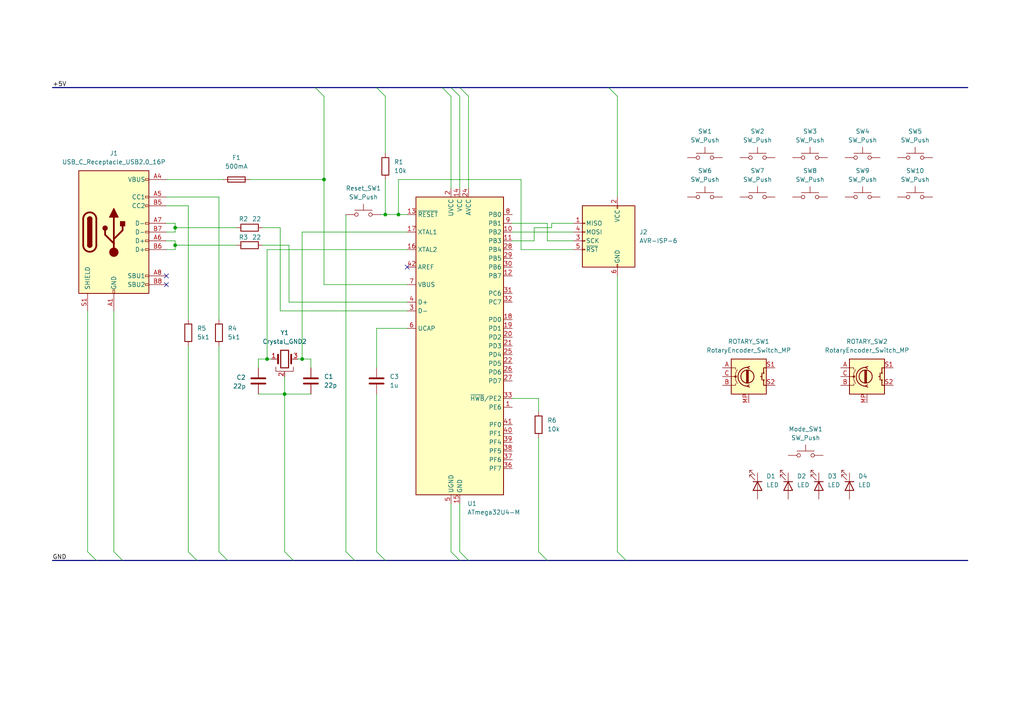
<source format=kicad_sch>
(kicad_sch (version 20231120) (generator "eeschema") (generator_version "8.0")
  (paper "A4")
  (lib_symbols
    (symbol "Connector:AVR-ISP-6" (pin_names (offset 1.016))
      (property "Reference" "J" (at -6.35 11.43 0))
      (property "Value" "AVR-ISP-6" (at 0 11.43 0))
      (symbol "AVR-ISP-6_0_1"
        (rectangle (start -2.667 -6.858) (end -2.413 -7.62))
        (rectangle (start -2.667 10.16) (end -2.413 9.398))
        (rectangle (start 7.62 -2.413) (end 6.858 -2.667))
        (rectangle (start 7.62 0.127) (end 6.858 -0.127))
        (rectangle (start 7.62 2.667) (end 6.858 2.413))
        (rectangle (start 7.62 5.207) (end 6.858 4.953))
        (rectangle (start 7.62 10.16) (end -7.62 -7.62) (stroke (width 0.254)) (fill (type background)))
      )
      (symbol "AVR-ISP-6_1_1"
        (pin passive line (at 10.16 5.08 180) (length 2.54) (name "MISO") (number "1"))
        (pin passive line (at -2.54 12.7 270) (length 2.54) (name "VCC") (number "2"))
        (pin passive line (at 10.16 0 180) (length 2.54) (name "SCK") (number "3"))
        (pin passive line (at 10.16 2.54 180) (length 2.54) (name "MOSI") (number "4"))
        (pin passive line (at 10.16 -2.54 180) (length 2.54) (name "~{RST}") (number "5"))
        (pin passive line (at -2.54 -10.16 90) (length 2.54) (name "GND") (number "6"))
      )
    )
    (symbol "Connector:USB_C_Receptacle_USB2.0_16P" (pin_names (offset 1.016))
      (property "Reference" "J" (at 0 22.225 0))
      (property "Value" "USB_C_Receptacle_USB2.0_16P" (at 0 19.685 0))
      (symbol "USB_C_Receptacle_USB2.0_16P_0_0"
        (rectangle (start -0.254 -17.78) (end 0.254 -16.764))
        (rectangle (start 10.16 -14.986) (end 9.144 -15.494))
        (rectangle (start 10.16 -12.446) (end 9.144 -12.954))
        (rectangle (start 10.16 -4.826) (end 9.144 -5.334))
        (rectangle (start 10.16 -2.286) (end 9.144 -2.794))
        (rectangle (start 10.16 0.254) (end 9.144 -0.254))
        (rectangle (start 10.16 2.794) (end 9.144 2.286))
        (rectangle (start 10.16 7.874) (end 9.144 7.366))
        (rectangle (start 10.16 10.414) (end 9.144 9.906))
        (rectangle (start 10.16 15.494) (end 9.144 14.986))
      )
      (symbol "USB_C_Receptacle_USB2.0_16P_0_1"
        (rectangle (start -10.16 17.78) (end 10.16 -17.78) (stroke (width 0.254)) (fill (type background)))
        (arc (start -8.89 -3.81) (mid -6.985 -5.7067) (end -5.08 -3.81) (stroke (width 0.508)))
        (arc (start -7.62 -3.81) (mid -6.985 -4.4423) (end -6.35 -3.81) (stroke (width 0.254)))
        (arc (start -7.62 -3.81) (mid -6.985 -4.4423) (end -6.35 -3.81) (stroke (width 0.254)) (fill (type outline)))
        (rectangle (start -7.62 -3.81) (end -6.35 3.81) (stroke (width 0.254)) (fill (type outline)))
        (arc (start -6.35 3.81) (mid -6.985 4.4423) (end -7.62 3.81) (stroke (width 0.254)))
        (arc (start -6.35 3.81) (mid -6.985 4.4423) (end -7.62 3.81) (stroke (width 0.254)) (fill (type outline)))
        (arc (start -5.08 3.81) (mid -6.985 5.7067) (end -8.89 3.81) (stroke (width 0.508)))
        (circle (center -2.54 1.143) (radius 0.635) (stroke (width 0.254)) (fill (type outline)))
        (circle (center 0 -5.842) (radius 1.27) (fill (type outline)))
        (polyline (pts (xy -8.89 -3.81) (xy -8.89 3.81)) (stroke (width 0.508)))
        (polyline (pts (xy -5.08 3.81) (xy -5.08 -3.81)) (stroke (width 0.508)))
        (polyline (pts (xy 0 -5.842) (xy 0 4.318)) (stroke (width 0.508)))
        (polyline (pts (xy 0 -3.302) (xy -2.54 -0.762) (xy -2.54 0.508)) (stroke (width 0.508)))
        (polyline (pts (xy 0 -2.032) (xy 2.54 0.508) (xy 2.54 1.778)) (stroke (width 0.508)))
        (polyline (pts (xy -1.27 4.318) (xy 0 6.858) (xy 1.27 4.318) (xy -1.27 4.318)) (stroke (width 0.254)) (fill (type outline)))
        (rectangle (start 1.905 1.778) (end 3.175 3.048) (stroke (width 0.254)) (fill (type outline)))
      )
      (symbol "USB_C_Receptacle_USB2.0_16P_1_1"
        (pin passive line (at 0 -22.86 90) (length 5.08) (name "GND") (number "A1"))
        (pin passive line (at 0 -22.86 90) (length 5.08) hide (name "GND") (number "A12"))
        (pin passive line (at 15.24 15.24 180) (length 5.08) (name "VBUS") (number "A4"))
        (pin bidirectional line (at 15.24 10.16 180) (length 5.08) (name "CC1") (number "A5"))
        (pin bidirectional line (at 15.24 -2.54 180) (length 5.08) (name "D+") (number "A6"))
        (pin bidirectional line (at 15.24 2.54 180) (length 5.08) (name "D-") (number "A7"))
        (pin bidirectional line (at 15.24 -12.7 180) (length 5.08) (name "SBU1") (number "A8"))
        (pin passive line (at 15.24 15.24 180) (length 5.08) hide (name "VBUS") (number "A9"))
        (pin passive line (at 0 -22.86 90) (length 5.08) hide (name "GND") (number "B1"))
        (pin passive line (at 0 -22.86 90) (length 5.08) hide (name "GND") (number "B12"))
        (pin passive line (at 15.24 15.24 180) (length 5.08) hide (name "VBUS") (number "B4"))
        (pin bidirectional line (at 15.24 7.62 180) (length 5.08) (name "CC2") (number "B5"))
        (pin bidirectional line (at 15.24 -5.08 180) (length 5.08) (name "D+") (number "B6"))
        (pin bidirectional line (at 15.24 0 180) (length 5.08) (name "D-") (number "B7"))
        (pin bidirectional line (at 15.24 -15.24 180) (length 5.08) (name "SBU2") (number "B8"))
        (pin passive line (at 15.24 15.24 180) (length 5.08) hide (name "VBUS") (number "B9"))
        (pin passive line (at -7.62 -22.86 90) (length 5.08) (name "SHIELD") (number "S1"))
      )
    )
    (symbol "Device:C" (pin_numbers hide) (pin_names (offset 0.254))
      (property "Reference" "C" (at 0.635 2.54 0))
      (property "Value" "C" (at 0.635 -2.54 0))
      (symbol "C_0_1"
        (polyline (pts (xy -2.032 -0.762) (xy 2.032 -0.762)) (stroke (width 0.508)))
        (polyline (pts (xy -2.032 0.762) (xy 2.032 0.762)) (stroke (width 0.508)))
      )
      (symbol "C_1_1"
        (pin passive line (at 0 3.81 270) (length 2.794) (name "~") (number "1"))
        (pin passive line (at 0 -3.81 90) (length 2.794) (name "~") (number "2"))
      )
    )
    (symbol "Device:Crystal_GND2" (pin_names (offset 1.016) hide)
      (property "Reference" "Y" (at 0 5.715 0))
      (property "Value" "Crystal_GND2" (at 0 3.81 0))
      (symbol "Crystal_GND2_0_1"
        (rectangle (start -1.143 2.54) (end 1.143 -2.54) (stroke (width 0.3048)))
        (polyline (pts (xy -2.54 0) (xy -1.905 0)))
        (polyline (pts (xy -1.905 -1.27) (xy -1.905 1.27)) (stroke (width 0.508)))
        (polyline (pts (xy 0 -3.81) (xy 0 -3.556)))
        (polyline (pts (xy 1.905 0) (xy 2.54 0)))
        (polyline (pts (xy 1.905 1.27) (xy 1.905 -1.27)) (stroke (width 0.508)))
        (polyline (pts (xy -2.54 -2.286) (xy -2.54 -3.556) (xy 2.54 -3.556) (xy 2.54 -2.286)))
      )
      (symbol "Crystal_GND2_1_1"
        (pin passive line (at -3.81 0 0) (length 1.27) (name "1") (number "1"))
        (pin passive line (at 0 -5.08 90) (length 1.27) (name "2") (number "2"))
        (pin passive line (at 3.81 0 180) (length 1.27) (name "3") (number "3"))
      )
    )
    (symbol "Device:Fuse" (pin_numbers hide) (pin_names (offset 0))
      (property "Reference" "F" (at 2.032 0 90))
      (property "Value" "Fuse" (at -1.905 0 90))
      (symbol "Fuse_0_1"
        (rectangle (start -0.762 -2.54) (end 0.762 2.54) (stroke (width 0.254)))
        (polyline (pts (xy 0 2.54) (xy 0 -2.54)))
      )
      (symbol "Fuse_1_1"
        (pin passive line (at 0 3.81 270) (length 1.27) (name "~") (number "1"))
        (pin passive line (at 0 -3.81 90) (length 1.27) (name "~") (number "2"))
      )
    )
    (symbol "Device:LED" (pin_numbers hide) (pin_names (offset 1.016) hide)
      (property "Reference" "D" (at 0 2.54 0))
      (property "Value" "LED" (at 0 -2.54 0))
      (symbol "LED_0_1"
        (polyline (pts (xy -1.27 -1.27) (xy -1.27 1.27)) (stroke (width 0.254)))
        (polyline (pts (xy -1.27 0) (xy 1.27 0)))
        (polyline (pts (xy 1.27 -1.27) (xy 1.27 1.27) (xy -1.27 0) (xy 1.27 -1.27)) (stroke (width 0.254)))
        (polyline (pts (xy -3.048 -0.762) (xy -4.572 -2.286) (xy -3.81 -2.286) (xy -4.572 -2.286) (xy -4.572 -1.524)))
        (polyline (pts (xy -1.778 -0.762) (xy -3.302 -2.286) (xy -2.54 -2.286) (xy -3.302 -2.286) (xy -3.302 -1.524)))
      )
      (symbol "LED_1_1"
        (pin passive line (at -3.81 0 0) (length 2.54) (name "K") (number "1"))
        (pin passive line (at 3.81 0 180) (length 2.54) (name "A") (number "2"))
      )
    )
    (symbol "Device:R" (pin_numbers hide) (pin_names (offset 0))
      (property "Reference" "R" (at 2.032 0 90))
      (property "Value" "R" (at 0 0 90))
      (symbol "R_0_1"
        (rectangle (start -1.016 -2.54) (end 1.016 2.54) (stroke (width 0.254)))
      )
      (symbol "R_1_1"
        (pin passive line (at 0 3.81 270) (length 1.27) (name "~") (number "1"))
        (pin passive line (at 0 -3.81 90) (length 1.27) (name "~") (number "2"))
      )
    )
    (symbol "Device:RotaryEncoder_Switch_MP" (pin_names (offset 0.254) hide)
      (property "Reference" "SW" (at 0 8.89 0))
      (property "Value" "RotaryEncoder_Switch_MP" (at 0 6.35 0))
      (symbol "RotaryEncoder_Switch_MP_0_1"
        (rectangle (start -5.08 5.08) (end 5.08 -5.08) (stroke (width 0.254)) (fill (type background)))
        (circle (center -3.81 0) (radius 0.254) (fill (type outline)))
        (circle (center -0.381 0) (radius 1.905) (stroke (width 0.254)))
        (arc (start -0.381 2.667) (mid -3.0988 -0.0635) (end -0.381 -2.794) (stroke (width 0.254)))
        (polyline (pts (xy -0.635 -1.778) (xy -0.635 1.778)) (stroke (width 0.254)))
        (polyline (pts (xy -0.381 -1.778) (xy -0.381 1.778)) (stroke (width 0.254)))
        (polyline (pts (xy -0.127 1.778) (xy -0.127 -1.778)) (stroke (width 0.254)))
        (polyline (pts (xy 3.81 0) (xy 3.429 0)) (stroke (width 0.254)))
        (polyline (pts (xy 3.81 1.016) (xy 3.81 -1.016)) (stroke (width 0.254)))
        (polyline (pts (xy -5.08 -2.54) (xy -3.81 -2.54) (xy -3.81 -2.032)))
        (polyline (pts (xy -5.08 2.54) (xy -3.81 2.54) (xy -3.81 2.032)))
        (polyline (pts (xy 0.254 -3.048) (xy -0.508 -2.794) (xy 0.127 -2.413)) (stroke (width 0.254)))
        (polyline (pts (xy 0.254 2.921) (xy -0.508 2.667) (xy 0.127 2.286)) (stroke (width 0.254)))
        (polyline (pts (xy 5.08 -2.54) (xy 4.318 -2.54) (xy 4.318 -1.016)) (stroke (width 0.254)))
        (polyline (pts (xy 5.08 2.54) (xy 4.318 2.54) (xy 4.318 1.016)) (stroke (width 0.254)))
        (polyline (pts (xy -5.08 0) (xy -3.81 0) (xy -3.81 -1.016) (xy -3.302 -2.032)))
        (polyline (pts (xy -4.318 0) (xy -3.81 0) (xy -3.81 1.016) (xy -3.302 2.032)))
        (circle (center 4.318 -1.016) (radius 0.127) (stroke (width 0.254)))
        (circle (center 4.318 1.016) (radius 0.127) (stroke (width 0.254)))
      )
      (symbol "RotaryEncoder_Switch_MP_1_1"
        (pin passive line (at -7.62 2.54 0) (length 2.54) (name "A") (number "A"))
        (pin passive line (at -7.62 -2.54 0) (length 2.54) (name "B") (number "B"))
        (pin passive line (at -7.62 0 0) (length 2.54) (name "C") (number "C"))
        (pin passive line (at 0 -7.62 90) (length 2.54) (name "MP") (number "MP"))
        (pin passive line (at 7.62 2.54 180) (length 2.54) (name "S1") (number "S1"))
        (pin passive line (at 7.62 -2.54 180) (length 2.54) (name "S2") (number "S2"))
      )
    )
    (symbol "MCU_Microchip_ATmega:ATmega32U4-M"
      (property "Reference" "U" (at -12.7 44.45 0))
      (property "Value" "ATmega32U4-M" (at 2.54 -44.45 0))
      (symbol "ATmega32U4-M_0_1"
        (rectangle (start -12.7 -43.18) (end 12.7 43.18) (stroke (width 0.254)) (fill (type background)))
      )
      (symbol "ATmega32U4-M_1_1"
        (pin bidirectional line (at 15.24 -17.78 180) (length 2.54) (name "PE6") (number "1"))
        (pin bidirectional line (at 15.24 33.02 180) (length 2.54) (name "PB2") (number "10"))
        (pin bidirectional line (at 15.24 30.48 180) (length 2.54) (name "PB3") (number "11"))
        (pin bidirectional line (at 15.24 20.32 180) (length 2.54) (name "PB7") (number "12"))
        (pin input line (at -15.24 38.1 0) (length 2.54) (name "~{RESET}") (number "13"))
        (pin power_in line (at 0 45.72 270) (length 2.54) (name "VCC") (number "14"))
        (pin power_in line (at 0 -45.72 90) (length 2.54) (name "GND") (number "15"))
        (pin output line (at -15.24 27.94 0) (length 2.54) (name "XTAL2") (number "16"))
        (pin input line (at -15.24 33.02 0) (length 2.54) (name "XTAL1") (number "17"))
        (pin bidirectional line (at 15.24 7.62 180) (length 2.54) (name "PD0") (number "18"))
        (pin bidirectional line (at 15.24 5.08 180) (length 2.54) (name "PD1") (number "19"))
        (pin power_in line (at -2.54 45.72 270) (length 2.54) (name "UVCC") (number "2"))
        (pin bidirectional line (at 15.24 2.54 180) (length 2.54) (name "PD2") (number "20"))
        (pin bidirectional line (at 15.24 0 180) (length 2.54) (name "PD3") (number "21"))
        (pin bidirectional line (at 15.24 -5.08 180) (length 2.54) (name "PD5") (number "22"))
        (pin passive line (at 0 -45.72 90) (length 2.54) hide (name "GND") (number "23"))
        (pin power_in line (at 2.54 45.72 270) (length 2.54) (name "AVCC") (number "24"))
        (pin bidirectional line (at 15.24 -2.54 180) (length 2.54) (name "PD4") (number "25"))
        (pin bidirectional line (at 15.24 -7.62 180) (length 2.54) (name "PD6") (number "26"))
        (pin bidirectional line (at 15.24 -10.16 180) (length 2.54) (name "PD7") (number "27"))
        (pin bidirectional line (at 15.24 27.94 180) (length 2.54) (name "PB4") (number "28"))
        (pin bidirectional line (at 15.24 25.4 180) (length 2.54) (name "PB5") (number "29"))
        (pin bidirectional line (at -15.24 10.16 0) (length 2.54) (name "D-") (number "3"))
        (pin bidirectional line (at 15.24 22.86 180) (length 2.54) (name "PB6") (number "30"))
        (pin bidirectional line (at 15.24 15.24 180) (length 2.54) (name "PC6") (number "31"))
        (pin bidirectional line (at 15.24 12.7 180) (length 2.54) (name "PC7") (number "32"))
        (pin bidirectional line (at 15.24 -15.24 180) (length 2.54) (name "~{HWB}/PE2") (number "33"))
        (pin passive line (at 0 45.72 270) (length 2.54) hide (name "VCC") (number "34"))
        (pin passive line (at 0 -45.72 90) (length 2.54) hide (name "GND") (number "35"))
        (pin bidirectional line (at 15.24 -35.56 180) (length 2.54) (name "PF7") (number "36"))
        (pin bidirectional line (at 15.24 -33.02 180) (length 2.54) (name "PF6") (number "37"))
        (pin bidirectional line (at 15.24 -30.48 180) (length 2.54) (name "PF5") (number "38"))
        (pin bidirectional line (at 15.24 -27.94 180) (length 2.54) (name "PF4") (number "39"))
        (pin bidirectional line (at -15.24 12.7 0) (length 2.54) (name "D+") (number "4"))
        (pin bidirectional line (at 15.24 -25.4 180) (length 2.54) (name "PF1") (number "40"))
        (pin bidirectional line (at 15.24 -22.86 180) (length 2.54) (name "PF0") (number "41"))
        (pin passive line (at -15.24 22.86 0) (length 2.54) (name "AREF") (number "42"))
        (pin passive line (at 0 -45.72 90) (length 2.54) hide (name "GND") (number "43"))
        (pin passive line (at 2.54 45.72 270) (length 2.54) hide (name "AVCC") (number "44"))
        (pin passive line (at 0 -45.72 90) (length 2.54) hide (name "GND") (number "45"))
        (pin passive line (at -2.54 -45.72 90) (length 2.54) (name "UGND") (number "5"))
        (pin passive line (at -15.24 5.08 0) (length 2.54) (name "UCAP") (number "6"))
        (pin input line (at -15.24 17.78 0) (length 2.54) (name "VBUS") (number "7"))
        (pin bidirectional line (at 15.24 38.1 180) (length 2.54) (name "PB0") (number "8"))
        (pin bidirectional line (at 15.24 35.56 180) (length 2.54) (name "PB1") (number "9"))
      )
    )
    (symbol "Switch:SW_Push" (pin_numbers hide) (pin_names (offset 1.016) hide)
      (property "Reference" "SW" (at 1.27 2.54 0))
      (property "Value" "SW_Push" (at 0 -1.524 0))
      (symbol "SW_Push_0_1"
        (circle (center -2.032 0) (radius 0.508))
        (polyline (pts (xy 0 1.27) (xy 0 3.048)))
        (polyline (pts (xy 2.54 1.27) (xy -2.54 1.27)))
        (circle (center 2.032 0) (radius 0.508))
        (pin passive line (at -5.08 0 0) (length 2.54) (name "1") (number "1"))
        (pin passive line (at 5.08 0 180) (length 2.54) (name "2") (number "2"))
      )
    )
  )
  (junction (at 115.57 62.23))
  (junction (at 111.76 62.23))
  (junction (at 77.47 104.14))
  (junction (at 50.8 66.04))
  (junction (at 87.63 104.14))
  (junction (at 82.55 114.3))
  (junction (at 93.98 52.07))
  (junction (at 50.8 71.12))
  (no_connect (at 118.11 77.47))
  (no_connect (at 48.26 82.55))
  (no_connect (at 48.26 80.01))
  (bus_entry (at 82.55 160.02) (size 2.54 2.54))
  (bus_entry (at 54.61 160.02) (size 2.54 2.54))
  (bus_entry (at 133.35 25.4) (size 2.54 2.54))
  (bus_entry (at 25.4 160.02) (size 2.54 2.54))
  (bus_entry (at 128.27 25.4) (size 2.54 2.54))
  (bus_entry (at 109.22 160.02) (size 2.54 2.54))
  (bus_entry (at 130.81 25.4) (size 2.54 2.54))
  (bus_entry (at 109.22 25.4) (size 2.54 2.54))
  (bus_entry (at 130.81 160.02) (size 2.54 2.54))
  (bus_entry (at 176.53 25.4) (size 2.54 2.54))
  (bus_entry (at 91.44 25.4) (size 2.54 2.54))
  (bus_entry (at 33.02 160.02) (size 2.54 2.54))
  (bus_entry (at 179.07 160.02) (size 2.54 2.54))
  (bus_entry (at 100.33 160.02) (size 2.54 2.54))
  (bus_entry (at 156.21 160.02) (size 2.54 2.54))
  (bus_entry (at 63.5 160.02) (size 2.54 2.54))
  (bus_entry (at 133.35 160.02) (size 2.54 2.54))
  (wire (pts (xy 90.17 114.3) (xy 82.55 114.3)))
  (wire (pts (xy 87.63 104.14) (xy 90.17 104.14)))
  (wire (pts (xy 50.8 71.12) (xy 50.8 72.39)))
  (bus (pts (xy 15.24 162.56) (xy 27.94 162.56)))
  (wire (pts (xy 77.47 104.14) (xy 74.93 104.14)))
  (wire (pts (xy 54.61 59.69) (xy 54.61 92.71)))
  (wire (pts (xy 160.02 64.77) (xy 166.37 64.77)))
  (bus (pts (xy 27.94 162.56) (xy 35.56 162.56)))
  (wire (pts (xy 154.94 66.04) (xy 160.02 66.04)))
  (wire (pts (xy 77.47 104.14) (xy 77.47 72.39)))
  (bus (pts (xy 133.35 25.4) (xy 176.53 25.4)))
  (wire (pts (xy 111.76 52.07) (xy 111.76 62.23)))
  (wire (pts (xy 135.89 27.94) (xy 135.89 54.61)))
  (wire (pts (xy 118.11 82.55) (xy 93.98 82.55)))
  (wire (pts (xy 50.8 69.85) (xy 50.8 71.12)))
  (wire (pts (xy 133.35 146.05) (xy 133.35 160.02)))
  (wire (pts (xy 81.28 66.04) (xy 76.2 66.04)))
  (wire (pts (xy 100.33 62.23) (xy 100.33 160.02)))
  (bus (pts (xy 91.44 25.4) (xy 109.22 25.4)))
  (wire (pts (xy 115.57 62.23) (xy 118.11 62.23)))
  (wire (pts (xy 87.63 67.31) (xy 118.11 67.31)))
  (wire (pts (xy 130.81 146.05) (xy 130.81 160.02)))
  (wire (pts (xy 72.39 52.07) (xy 93.98 52.07)))
  (bus (pts (xy 130.81 25.4) (xy 133.35 25.4)))
  (bus (pts (xy 128.27 25.4) (xy 130.81 25.4)))
  (bus (pts (xy 133.35 162.56) (xy 135.89 162.56)))
  (wire (pts (xy 130.81 27.94) (xy 130.81 54.61)))
  (wire (pts (xy 158.75 64.77) (xy 158.75 69.85)))
  (bus (pts (xy 111.76 162.56) (xy 133.35 162.56)))
  (wire (pts (xy 158.75 69.85) (xy 166.37 69.85)))
  (wire (pts (xy 50.8 67.31) (xy 48.26 67.31)))
  (wire (pts (xy 33.02 90.17) (xy 33.02 160.02)))
  (wire (pts (xy 48.26 72.39) (xy 50.8 72.39)))
  (wire (pts (xy 115.57 52.07) (xy 151.13 52.07)))
  (wire (pts (xy 87.63 104.14) (xy 87.63 67.31)))
  (bus (pts (xy 85.09 162.56) (xy 102.87 162.56)))
  (wire (pts (xy 110.49 62.23) (xy 111.76 62.23)))
  (wire (pts (xy 25.4 90.17) (xy 25.4 160.02)))
  (bus (pts (xy 57.15 162.56) (xy 66.04 162.56)))
  (bus (pts (xy 109.22 25.4) (xy 128.27 25.4)))
  (wire (pts (xy 48.26 69.85) (xy 50.8 69.85)))
  (wire (pts (xy 74.93 104.14) (xy 74.93 106.68)))
  (wire (pts (xy 160.02 66.04) (xy 160.02 64.77)))
  (wire (pts (xy 50.8 66.04) (xy 50.8 67.31)))
  (wire (pts (xy 81.28 90.17) (xy 81.28 66.04)))
  (wire (pts (xy 148.59 64.77) (xy 158.75 64.77)))
  (bus (pts (xy 35.56 162.56) (xy 57.15 162.56)))
  (wire (pts (xy 156.21 127) (xy 156.21 160.02)))
  (wire (pts (xy 154.94 69.85) (xy 154.94 66.04)))
  (wire (pts (xy 93.98 27.94) (xy 93.98 52.07)))
  (wire (pts (xy 82.55 109.22) (xy 82.55 114.3)))
  (wire (pts (xy 48.26 59.69) (xy 54.61 59.69)))
  (wire (pts (xy 156.21 115.57) (xy 148.59 115.57)))
  (wire (pts (xy 83.82 87.63) (xy 83.82 71.12)))
  (wire (pts (xy 63.5 100.33) (xy 63.5 160.02)))
  (wire (pts (xy 111.76 62.23) (xy 115.57 62.23)))
  (bus (pts (xy 15.24 25.4) (xy 91.44 25.4)))
  (wire (pts (xy 148.59 67.31) (xy 166.37 67.31)))
  (wire (pts (xy 179.07 27.94) (xy 179.07 57.15)))
  (wire (pts (xy 77.47 72.39) (xy 118.11 72.39)))
  (wire (pts (xy 83.82 71.12) (xy 76.2 71.12)))
  (wire (pts (xy 109.22 95.25) (xy 109.22 106.68)))
  (wire (pts (xy 82.55 114.3) (xy 82.55 160.02)))
  (wire (pts (xy 78.74 104.14) (xy 77.47 104.14)))
  (wire (pts (xy 48.26 64.77) (xy 50.8 64.77)))
  (bus (pts (xy 66.04 162.56) (xy 85.09 162.56)))
  (wire (pts (xy 111.76 27.94) (xy 111.76 44.45)))
  (wire (pts (xy 82.55 114.3) (xy 74.93 114.3)))
  (wire (pts (xy 54.61 100.33) (xy 54.61 160.02)))
  (bus (pts (xy 158.75 162.56) (xy 181.61 162.56)))
  (wire (pts (xy 50.8 66.04) (xy 68.58 66.04)))
  (wire (pts (xy 86.36 104.14) (xy 87.63 104.14)))
  (wire (pts (xy 93.98 82.55) (xy 93.98 52.07)))
  (wire (pts (xy 118.11 95.25) (xy 109.22 95.25)))
  (wire (pts (xy 151.13 52.07) (xy 151.13 72.39)))
  (wire (pts (xy 48.26 52.07) (xy 64.77 52.07)))
  (wire (pts (xy 156.21 119.38) (xy 156.21 115.57)))
  (wire (pts (xy 148.59 69.85) (xy 154.94 69.85)))
  (wire (pts (xy 133.35 27.94) (xy 133.35 54.61)))
  (bus (pts (xy 176.53 25.4) (xy 280.67 25.4)))
  (wire (pts (xy 50.8 71.12) (xy 68.58 71.12)))
  (bus (pts (xy 135.89 162.56) (xy 158.75 162.56)))
  (wire (pts (xy 118.11 90.17) (xy 81.28 90.17)))
  (wire (pts (xy 90.17 104.14) (xy 90.17 106.68)))
  (wire (pts (xy 109.22 114.3) (xy 109.22 160.02)))
  (bus (pts (xy 102.87 162.56) (xy 111.76 162.56)))
  (wire (pts (xy 179.07 80.01) (xy 179.07 160.02)))
  (wire (pts (xy 48.26 57.15) (xy 63.5 57.15)))
  (wire (pts (xy 50.8 64.77) (xy 50.8 66.04)))
  (wire (pts (xy 63.5 57.15) (xy 63.5 92.71)))
  (bus (pts (xy 181.61 162.56) (xy 280.67 162.56)))
  (wire (pts (xy 118.11 87.63) (xy 83.82 87.63)))
  (wire (pts (xy 151.13 72.39) (xy 166.37 72.39)))
  (wire (pts (xy 115.57 62.23) (xy 115.57 52.07)))
  (label "+5V" (at 15.24 25.4 0))
  (label "GND" (at 15.24 162.56 0))
  (symbol (lib_id "Device:R") (at 63.5 96.52 0) (unit 1)
    (property "Reference" "R4" (at 66.04 95.2499 0) (effects (justify left)))
    (property "Value" "5k1" (at 66.04 97.7899 0) (effects (justify left)))
    (property "Footprint" "PCM_Resistor_THT_AKL:R_Axial_DIN0204_L3.6mm_D1.6mm_P5.08mm_Horizontal" (effects (hide yes)))
    (property "Description" "Resistor" (effects (hide yes)))
  )
  (symbol (lib_id "Switch:SW_Push") (at 204.47 57.15 0) (unit 1)
    (property "Reference" "SW6" (at 204.47 49.53 0))
    (property "Value" "SW_Push" (at 204.47 52.07 0))
    (property "Footprint" "PCM_Switch_Keyboard_Cherry_MX:SW_Cherry_MX_PCB" (effects (hide yes)))
    (property "Description" "Push button switch, generic, two pins" (effects (hide yes)))
  )
  (symbol (lib_id "Device:R") (at 156.21 123.19 0) (unit 1)
    (property "Reference" "R6" (at 158.75 121.9199 0) (effects (justify left)))
    (property "Value" "10k" (at 158.75 124.4599 0) (effects (justify left)))
    (property "Footprint" "PCM_Resistor_THT_AKL:R_Axial_DIN0204_L3.6mm_D1.6mm_P5.08mm_Horizontal" (effects (hide yes)))
    (property "Description" "Resistor" (effects (hide yes)))
  )
  (symbol (lib_id "Device:R") (at 72.39 66.04 90) (unit 1)
    (property "Reference" "R2" (at 70.612 63.5 90))
    (property "Value" "22" (at 74.422 63.5 90))
    (property "Footprint" "PCM_Resistor_THT_AKL:R_Axial_DIN0204_L3.6mm_D1.6mm_P5.08mm_Horizontal" (effects (hide yes)))
    (property "Description" "Resistor" (effects (hide yes)))
  )
  (symbol (lib_id "Device:LED") (at 219.71 140.97 270) (unit 1)
    (property "Reference" "D1" (at 222.25 138.1124 90) (effects (justify left)))
    (property "Value" "LED" (at 222.25 140.6524 90) (effects (justify left)))
    (property "Footprint" "LED_THT:LED_D1.8mm_W3.3mm_H2.4mm" (effects (hide yes)))
    (property "Description" "Light emitting diode" (effects (hide yes)))
  )
  (symbol (lib_id "Device:Crystal_GND2") (at 82.55 104.14 0) (unit 1)
    (property "Reference" "Y1" (at 82.55 96.52 0))
    (property "Value" "Crystal_GND2" (at 82.55 99.06 0))
    (property "Footprint" "Crystal:Resonator-3Pin_W7.0mm_H2.5mm" (effects (hide yes)))
    (property "Description" "Three pin crystal, GND on pin 2" (effects (hide yes)))
  )
  (symbol (lib_id "Switch:SW_Push") (at 250.19 57.15 0) (unit 1)
    (property "Reference" "SW9" (at 250.19 49.53 0))
    (property "Value" "SW_Push" (at 250.19 52.07 0))
    (property "Footprint" "PCM_Switch_Keyboard_Cherry_MX:SW_Cherry_MX_PCB" (effects (hide yes)))
    (property "Description" "Push button switch, generic, two pins" (effects (hide yes)))
  )
  (symbol (lib_id "MCU_Microchip_ATmega:ATmega32U4-M") (at 133.35 100.33 0) (unit 1)
    (property "Reference" "U1" (at 135.5441 146.05 0) (effects (justify left)))
    (property "Value" "ATmega32U4-M" (at 135.5441 148.59 0) (effects (justify left)))
    (property "Footprint" "Package_DFN_QFN:QFN-44-1EP_7x7mm_P0.5mm_EP5.2x5.2mm" (effects (hide yes)))
    (property "Datasheet" "http://ww1.microchip.com/downloads/en/DeviceDoc/Atmel-7766-8-bit-AVR-ATmega16U4-32U4_Datasheet.pdf" (effects (hide yes)))
    (property "Description" "16MHz, 32kB Flash, 2.5kB SRAM, 1kB EEPROM, USB 2.0, QFN-44" (effects (hide yes)))
  )
  (symbol (lib_id "Switch:SW_Push") (at 219.71 45.72 0) (unit 1)
    (property "Reference" "SW2" (at 219.71 38.1 0))
    (property "Value" "SW_Push" (at 219.71 40.64 0))
    (property "Footprint" "PCM_Switch_Keyboard_Cherry_MX:SW_Cherry_MX_PCB" (effects (hide yes)))
    (property "Description" "Push button switch, generic, two pins" (effects (hide yes)))
  )
  (symbol (lib_id "Connector:AVR-ISP-6") (at 176.53 69.85 0) (mirror y) (unit 1)
    (property "Reference" "J2" (at 185.42 67.3099 0) (effects (justify right)))
    (property "Value" "AVR-ISP-6" (at 185.42 69.8499 0) (effects (justify right)))
    (property "Footprint" "Connector_IDC:IDC-Header_2x03_P2.54mm_Vertical_SMD" (effects (hide yes)))
    (property "Description" "Atmel 6-pin ISP connector" (effects (hide yes)))
  )
  (symbol (lib_id "Switch:SW_Push") (at 233.68 132.08 0) (unit 1)
    (property "Reference" "Mode_SW1" (at 233.68 124.46 0))
    (property "Value" "SW_Push" (at 233.68 127 0))
    (property "Footprint" "Button_Switch_THT:SW_PUSH-12mm" (effects (hide yes)))
    (property "Description" "Push button switch, generic, two pins" (effects (hide yes)))
  )
  (symbol (lib_id "Device:LED") (at 228.6 140.97 270) (unit 1)
    (property "Reference" "D2" (at 231.14 138.1124 90) (effects (justify left)))
    (property "Value" "LED" (at 231.14 140.6524 90) (effects (justify left)))
    (property "Footprint" "LED_THT:LED_D1.8mm_W3.3mm_H2.4mm" (effects (hide yes)))
    (property "Description" "Light emitting diode" (effects (hide yes)))
  )
  (symbol (lib_id "Switch:SW_Push") (at 234.95 57.15 0) (unit 1)
    (property "Reference" "SW8" (at 234.95 49.53 0))
    (property "Value" "SW_Push" (at 234.95 52.07 0))
    (property "Footprint" "PCM_Switch_Keyboard_Cherry_MX:SW_Cherry_MX_PCB" (effects (hide yes)))
    (property "Description" "Push button switch, generic, two pins" (effects (hide yes)))
  )
  (symbol (lib_id "Switch:SW_Push") (at 219.71 57.15 0) (unit 1)
    (property "Reference" "SW7" (at 219.71 49.53 0))
    (property "Value" "SW_Push" (at 219.71 52.07 0))
    (property "Footprint" "PCM_Switch_Keyboard_Cherry_MX:SW_Cherry_MX_PCB" (effects (hide yes)))
    (property "Description" "Push button switch, generic, two pins" (effects (hide yes)))
  )
  (symbol (lib_id "Device:R") (at 111.76 48.26 0) (unit 1)
    (property "Reference" "R1" (at 114.3 46.9899 0) (effects (justify left)))
    (property "Value" "10k" (at 114.3 49.5299 0) (effects (justify left)))
    (property "Footprint" "PCM_Resistor_THT_AKL:R_Axial_DIN0204_L3.6mm_D1.6mm_P5.08mm_Horizontal" (effects (hide yes)))
    (property "Description" "Resistor" (effects (hide yes)))
  )
  (symbol (lib_id "Switch:SW_Push") (at 250.19 45.72 0) (unit 1)
    (property "Reference" "SW4" (at 250.19 38.1 0))
    (property "Value" "SW_Push" (at 250.19 40.64 0))
    (property "Footprint" "PCM_Switch_Keyboard_Cherry_MX:SW_Cherry_MX_PCB" (effects (hide yes)))
    (property "Description" "Push button switch, generic, two pins" (effects (hide yes)))
  )
  (symbol (lib_id "Device:RotaryEncoder_Switch_MP") (at 251.46 109.22 0) (unit 1)
    (property "Reference" "ROTARY_SW2" (at 251.46 99.06 0))
    (property "Value" "RotaryEncoder_Switch_MP" (at 251.46 101.6 0))
    (property "Footprint" "Rotary_Encoder:RotaryEncoder_Alps_EC12E-Switch_Vertical_H20mm" (effects (hide yes)))
    (property "Description" "Rotary encoder, dual channel, incremental quadrate outputs, with switch and MP Pin" (effects (hide yes)))
  )
  (symbol (lib_id "Device:C") (at 109.22 110.49 0) (unit 1)
    (property "Reference" "C3" (at 113.03 109.2199 0) (effects (justify left)))
    (property "Value" "1u" (at 113.03 111.7599 0) (effects (justify left)))
    (property "Footprint" "Capacitor_SMD:C_0201_0603Metric_Pad0.64x0.40mm_HandSolder" (effects (hide yes)))
    (property "Description" "Unpolarized capacitor" (effects (hide yes)))
  )
  (symbol (lib_id "Switch:SW_Push") (at 265.43 45.72 0) (unit 1)
    (property "Reference" "SW5" (at 265.43 38.1 0))
    (property "Value" "SW_Push" (at 265.43 40.64 0))
    (property "Footprint" "PCM_Switch_Keyboard_Cherry_MX:SW_Cherry_MX_PCB" (effects (hide yes)))
    (property "Description" "Push button switch, generic, two pins" (effects (hide yes)))
  )
  (symbol (lib_id "Device:LED") (at 237.49 140.97 270) (unit 1)
    (property "Reference" "D3" (at 240.03 138.1124 90) (effects (justify left)))
    (property "Value" "LED" (at 240.03 140.6524 90) (effects (justify left)))
    (property "Footprint" "LED_THT:LED_D1.8mm_W3.3mm_H2.4mm" (effects (hide yes)))
    (property "Description" "Light emitting diode" (effects (hide yes)))
  )
  (symbol (lib_id "Device:Fuse") (at 68.58 52.07 90) (unit 1)
    (property "Reference" "F1" (at 68.58 45.72 90))
    (property "Value" "500mA" (at 68.58 48.26 90))
    (property "Footprint" "Fuse:Fuse_0603_1608Metric" (effects (hide yes)))
    (property "Description" "Fuse" (effects (hide yes)))
  )
  (symbol (lib_id "Device:LED") (at 246.38 140.97 270) (unit 1)
    (property "Reference" "D4" (at 248.92 138.1124 90) (effects (justify left)))
    (property "Value" "LED" (at 248.92 140.6524 90) (effects (justify left)))
    (property "Footprint" "LED_THT:LED_D1.8mm_W3.3mm_H2.4mm" (effects (hide yes)))
    (property "Description" "Light emitting diode" (effects (hide yes)))
  )
  (symbol (lib_id "Device:C") (at 74.93 110.49 0) (unit 1)
    (property "Reference" "C2" (at 68.58 109.474 0) (effects (justify left)))
    (property "Value" "22p" (at 67.564 112.014 0) (effects (justify left)))
    (property "Footprint" "Capacitor_SMD:C_0201_0603Metric_Pad0.64x0.40mm_HandSolder" (effects (hide yes)))
    (property "Description" "Unpolarized capacitor" (effects (hide yes)))
  )
  (symbol (lib_id "Connector:USB_C_Receptacle_USB2.0_16P") (at 33.02 67.31 0) (unit 1)
    (property "Reference" "J1" (at 33.02 44.45 0))
    (property "Value" "USB_C_Receptacle_USB2.0_16P" (at 33.02 46.99 0))
    (property "Footprint" "Connector_USB:USB_C_Receptacle_GCT_USB4105-xx-A_16P_TopMnt_Horizontal" (effects (hide yes)))
    (property "Datasheet" "https://www.usb.org/sites/default/files/documents/usb_type-c.zip" (effects (hide yes)))
    (property "Description" "USB 2.0-only 16P Type-C Receptacle connector" (effects (hide yes)))
  )
  (symbol (lib_id "Switch:SW_Push") (at 234.95 45.72 0) (unit 1)
    (property "Reference" "SW3" (at 234.95 38.1 0))
    (property "Value" "SW_Push" (at 234.95 40.64 0))
    (property "Footprint" "PCM_Switch_Keyboard_Cherry_MX:SW_Cherry_MX_PCB" (effects (hide yes)))
    (property "Description" "Push button switch, generic, two pins" (effects (hide yes)))
  )
  (symbol (lib_id "Device:C") (at 90.17 110.49 0) (unit 1)
    (property "Reference" "C1" (at 93.98 109.2199 0) (effects (justify left)))
    (property "Value" "22p" (at 93.98 111.7599 0) (effects (justify left)))
    (property "Footprint" "Capacitor_SMD:C_0201_0603Metric_Pad0.64x0.40mm_HandSolder" (effects (hide yes)))
    (property "Description" "Unpolarized capacitor" (effects (hide yes)))
  )
  (symbol (lib_id "Switch:SW_Push") (at 265.43 57.15 0) (unit 1)
    (property "Reference" "SW10" (at 265.43 49.53 0))
    (property "Value" "SW_Push" (at 265.43 52.07 0))
    (property "Footprint" "PCM_Switch_Keyboard_Cherry_MX:SW_Cherry_MX_PCB" (effects (hide yes)))
    (property "Description" "Push button switch, generic, two pins" (effects (hide yes)))
  )
  (symbol (lib_id "Device:RotaryEncoder_Switch_MP") (at 217.17 109.22 0) (unit 1)
    (property "Reference" "ROTARY_SW1" (at 217.17 99.06 0))
    (property "Value" "RotaryEncoder_Switch_MP" (at 217.17 101.6 0))
    (property "Footprint" "Rotary_Encoder:RotaryEncoder_Alps_EC12E-Switch_Vertical_H20mm" (effects (hide yes)))
    (property "Description" "Rotary encoder, dual channel, incremental quadrate outputs, with switch and MP Pin" (effects (hide yes)))
  )
  (symbol (lib_id "Switch:SW_Push") (at 204.47 45.72 0) (unit 1)
    (property "Reference" "SW1" (at 204.47 38.1 0))
    (property "Value" "SW_Push" (at 204.47 40.64 0))
    (property "Footprint" "PCM_Switch_Keyboard_Cherry_MX:SW_Cherry_MX_PCB" (effects (hide yes)))
    (property "Description" "Push button switch, generic, two pins" (effects (hide yes)))
  )
  (symbol (lib_id "Switch:SW_Push") (at 105.41 62.23 0) (unit 1)
    (property "Reference" "Reset_SW1" (at 105.41 54.61 0))
    (property "Value" "SW_Push" (at 105.41 57.15 0))
    (property "Footprint" "Button_Switch_THT:SW_PUSH_6mm" (effects (hide yes)))
    (property "Description" "Push button switch, generic, two pins" (effects (hide yes)))
  )
  (symbol (lib_id "Device:R") (at 72.39 71.12 90) (unit 1)
    (property "Reference" "R3" (at 70.612 68.834 90))
    (property "Value" "22" (at 74.422 68.834 90))
    (property "Footprint" "PCM_Resistor_THT_AKL:R_Axial_DIN0204_L3.6mm_D1.6mm_P5.08mm_Horizontal" (effects (hide yes)))
    (property "Description" "Resistor" (effects (hide yes)))
  )
  (symbol (lib_id "Device:R") (at 54.61 96.52 0) (unit 1)
    (property "Reference" "R5" (at 57.15 95.2499 0) (effects (justify left)))
    (property "Value" "5k1" (at 57.15 97.7899 0) (effects (justify left)))
    (property "Footprint" "PCM_Resistor_THT_AKL:R_Axial_DIN0204_L3.6mm_D1.6mm_P5.08mm_Horizontal" (effects (hide yes)))
    (property "Description" "Resistor" (effects (hide yes)))
  )
)
</source>
